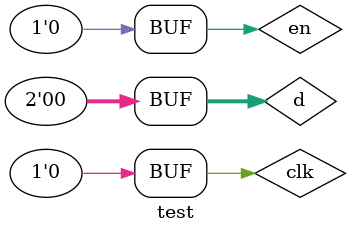
<source format=v>
module test();

reg [1:0] d;
reg clk;
wire [3:0]signal;
reg en;

controller new(d, clk, en, signal);

initial begin
        $dumpfile("controller.vcd");
	$dumpvars(0, new);
        clk = 1'b0;
        repeat (100)
                #10 clk = ~clk;
end

initial begin

                en = 1'b1;
                d = 2'b00;
        #10     en = 1'b0;
                $monitor("Direction: %d Signal: %d", d, signal);

        #100
                en = 1'b1;
                d = 2'b00;
        #10     en = 1'b0;
                $monitor("Direction: %d Signal: %d", d, signal);

        #100
                en = 1'b1;
                d = 2'b00;
        #10     en = 1'b0;
                $monitor("Direction: %d Signal: %d", d, signal);
end

endmodule


</source>
